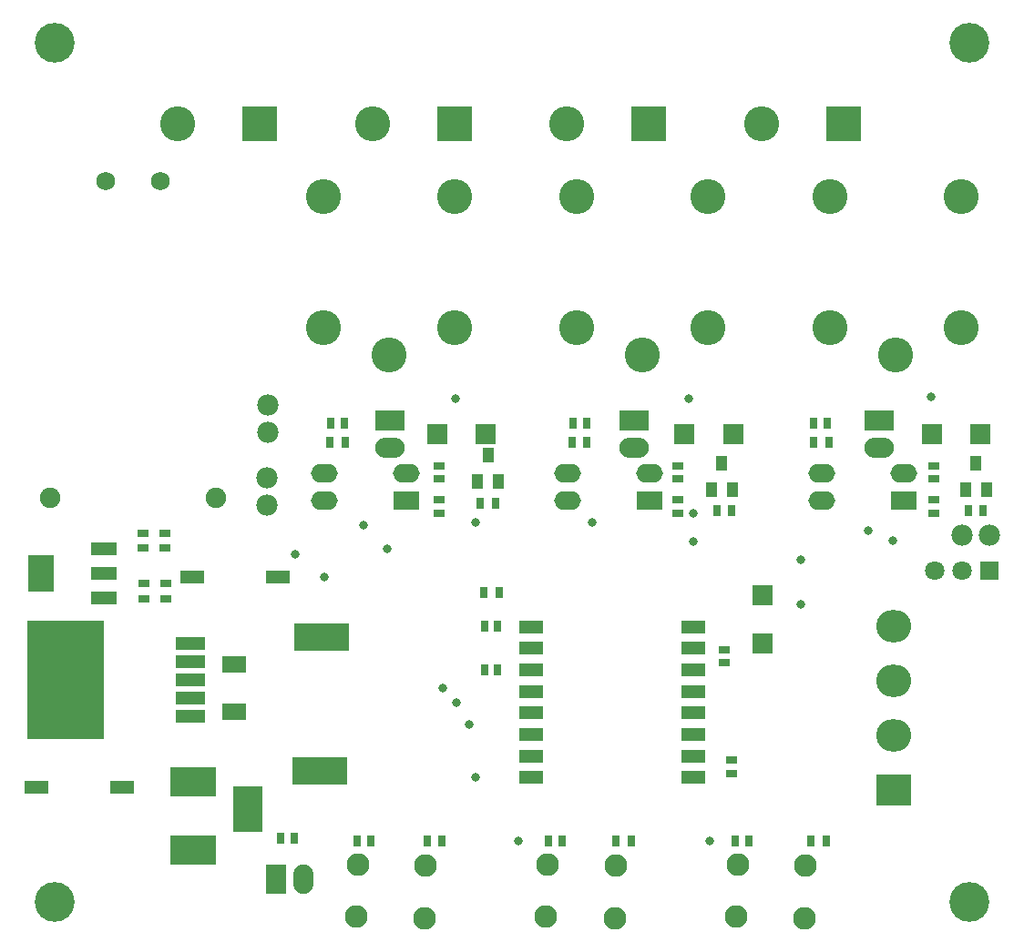
<source format=gts>
G04*
G04 #@! TF.GenerationSoftware,Altium Limited,Altium Designer,19.0.12 (326)*
G04*
G04 Layer_Color=8388736*
%FSTAX24Y24*%
%MOIN*%
G70*
G01*
G75*
%ADD37R,0.0867X0.0474*%
%ADD38R,0.0316X0.0395*%
%ADD39R,0.0395X0.0316*%
%ADD40R,0.0415X0.0552*%
%ADD41R,0.0780X0.0780*%
%ADD42R,0.0867X0.0592*%
%ADD43R,0.2832X0.4332*%
%ADD44R,0.1064X0.0501*%
%ADD45R,0.0926X0.0474*%
%ADD46R,0.0926X0.1379*%
%ADD47R,0.0867X0.0513*%
%ADD48R,0.0867X0.0474*%
%ADD49R,0.2049X0.0986*%
%ADD50R,0.0780X0.0780*%
%ADD51C,0.0780*%
%ADD52C,0.1280*%
%ADD53R,0.1280X0.1280*%
%ADD54O,0.1080X0.0730*%
%ADD55R,0.1080X0.0730*%
%ADD56R,0.0980X0.0680*%
%ADD57O,0.0980X0.0680*%
%ADD58R,0.1080X0.1680*%
%ADD59R,0.1680X0.1080*%
%ADD60C,0.0680*%
%ADD61C,0.0749*%
%ADD62C,0.0830*%
%ADD63C,0.0710*%
%ADD64R,0.0710X0.0710*%
%ADD65R,0.0730X0.1080*%
%ADD66O,0.0730X0.1080*%
%ADD67O,0.1280X0.1180*%
%ADD68R,0.1280X0.1180*%
%ADD69C,0.1458*%
%ADD70C,0.0316*%
D37*
X027447Y020086D02*
D03*
Y019299D02*
D03*
Y018511D02*
D03*
Y017724D02*
D03*
Y016937D02*
D03*
Y016149D02*
D03*
Y015362D02*
D03*
Y014574D02*
D03*
X033353D02*
D03*
Y015362D02*
D03*
Y016149D02*
D03*
Y016937D02*
D03*
Y017724D02*
D03*
Y018511D02*
D03*
Y019299D02*
D03*
Y020086D02*
D03*
D38*
X043976Y02435D02*
D03*
X043424D02*
D03*
X034776D02*
D03*
X034224D02*
D03*
X03825Y02755D02*
D03*
X037764D02*
D03*
X038326Y02685D02*
D03*
X037774D02*
D03*
X029476D02*
D03*
X028924D02*
D03*
X02945Y02755D02*
D03*
X028964D02*
D03*
X020074Y02685D02*
D03*
X020626D02*
D03*
X030538Y012252D02*
D03*
X03109D02*
D03*
X02855Y01225D02*
D03*
X028064D02*
D03*
X023624Y012252D02*
D03*
X024176D02*
D03*
X02155Y01225D02*
D03*
X021064D02*
D03*
X037674Y012252D02*
D03*
X038226D02*
D03*
X0354Y01225D02*
D03*
X034914D02*
D03*
X01876Y01235D02*
D03*
X018274D02*
D03*
X02613Y0246D02*
D03*
X025578D02*
D03*
X020586Y02755D02*
D03*
X0201D02*
D03*
X025725Y0201D02*
D03*
X026212D02*
D03*
X025728Y0185D02*
D03*
X026214D02*
D03*
X026251Y02135D02*
D03*
X0257D02*
D03*
D39*
X04215Y02425D02*
D03*
Y024736D02*
D03*
Y0255D02*
D03*
Y025986D02*
D03*
X0328Y02425D02*
D03*
Y024736D02*
D03*
Y0255D02*
D03*
Y025986D02*
D03*
X02405D02*
D03*
Y0255D02*
D03*
Y02425D02*
D03*
Y024736D02*
D03*
X01402Y023526D02*
D03*
Y022974D02*
D03*
X01322D02*
D03*
Y023526D02*
D03*
X01325Y021676D02*
D03*
Y021124D02*
D03*
X01405Y021676D02*
D03*
Y021124D02*
D03*
X0345Y018764D02*
D03*
Y01925D02*
D03*
X03475Y014714D02*
D03*
Y0152D02*
D03*
D40*
X0344Y026092D02*
D03*
X034028Y02511D02*
D03*
X034786Y025108D02*
D03*
X025854Y026392D02*
D03*
X025482Y02541D02*
D03*
X02624Y025408D02*
D03*
X044088Y025108D02*
D03*
X04333Y02511D02*
D03*
X043702Y026092D02*
D03*
D41*
X042094Y02715D02*
D03*
X043866D02*
D03*
X033044D02*
D03*
X034816D02*
D03*
X023994D02*
D03*
X025766D02*
D03*
D42*
X01655Y018716D02*
D03*
Y016984D02*
D03*
D43*
X0104Y01815D02*
D03*
D44*
X01498Y019479D02*
D03*
Y018809D02*
D03*
Y01814D02*
D03*
Y017471D02*
D03*
Y016801D02*
D03*
D45*
X011802Y021144D02*
D03*
Y02205D02*
D03*
Y022956D02*
D03*
D46*
X009498Y02205D02*
D03*
D47*
X012475Y0142D02*
D03*
X015025Y0219D02*
D03*
D48*
X009325Y0142D02*
D03*
X018175Y0219D02*
D03*
D49*
X0197Y0148D02*
D03*
X01975Y019711D02*
D03*
D50*
X0359Y019484D02*
D03*
Y021256D02*
D03*
D51*
X043199Y02345D02*
D03*
X044199Y02345D02*
D03*
X0178Y0282D02*
D03*
X0178Y0272D02*
D03*
X01775Y02555D02*
D03*
X01775Y02455D02*
D03*
D52*
X03835Y03105D02*
D03*
X04315Y03585D02*
D03*
X04075Y03005D02*
D03*
X03835Y03585D02*
D03*
X04315Y03105D02*
D03*
X029083D02*
D03*
X033883Y03585D02*
D03*
X031483Y03005D02*
D03*
X029083Y03585D02*
D03*
X033883Y03105D02*
D03*
X019817D02*
D03*
X024617Y03585D02*
D03*
X022217Y03005D02*
D03*
X019817Y03585D02*
D03*
X024617Y03105D02*
D03*
X0145Y0385D02*
D03*
X021617D02*
D03*
X028733D02*
D03*
X03585D02*
D03*
D53*
X0175D02*
D03*
X024617D02*
D03*
X031733D02*
D03*
X03885D02*
D03*
D54*
X04015Y02665D02*
D03*
X0312D02*
D03*
X02225Y026659D02*
D03*
D55*
X04015Y02765D02*
D03*
X0312D02*
D03*
X02225Y027659D02*
D03*
D56*
X04105Y0247D02*
D03*
X03175D02*
D03*
X02285D02*
D03*
D57*
X04105Y0257D02*
D03*
X03805D02*
D03*
Y0247D02*
D03*
X03175Y0257D02*
D03*
X02875D02*
D03*
Y0247D02*
D03*
X02285Y0257D02*
D03*
X01985D02*
D03*
Y0247D02*
D03*
D58*
X01705Y0134D02*
D03*
D59*
X01505Y0119D02*
D03*
Y0144D02*
D03*
D60*
X01385Y0364D02*
D03*
X011882D02*
D03*
D61*
X015897Y024825D02*
D03*
X009834D02*
D03*
D62*
X03499Y011375D02*
D03*
X03744Y009425D02*
D03*
X03747Y011345D02*
D03*
X03493Y009465D02*
D03*
X02109Y011375D02*
D03*
X02354Y009425D02*
D03*
X02357Y011345D02*
D03*
X02103Y009465D02*
D03*
X02804Y011375D02*
D03*
X03049Y009425D02*
D03*
X03052Y011345D02*
D03*
X02798Y009465D02*
D03*
D63*
X0422Y02215D02*
D03*
X0432D02*
D03*
D64*
X0442D02*
D03*
D65*
X0181Y01085D02*
D03*
D66*
X0191D02*
D03*
D67*
X040704Y016099D02*
D03*
X040704Y0181D02*
D03*
X0407Y020103D02*
D03*
D68*
X040704Y014099D02*
D03*
D69*
X043465Y041496D02*
D03*
Y01D02*
D03*
X01Y041496D02*
D03*
Y01D02*
D03*
D70*
X03335Y0232D02*
D03*
X0213Y0238D02*
D03*
X02215Y02295D02*
D03*
X03975Y0236D02*
D03*
X04205Y0285D02*
D03*
X033382Y02425D02*
D03*
X0373Y02255D02*
D03*
Y0209D02*
D03*
X02965Y0239D02*
D03*
X0254D02*
D03*
X03395Y012252D02*
D03*
X02695Y01225D02*
D03*
X025406Y014574D02*
D03*
X04065Y02325D02*
D03*
X0332Y02845D02*
D03*
X02465D02*
D03*
X02515Y0165D02*
D03*
X0247Y0173D02*
D03*
X0242Y01785D02*
D03*
X01985Y0219D02*
D03*
X0188Y02275D02*
D03*
M02*

</source>
